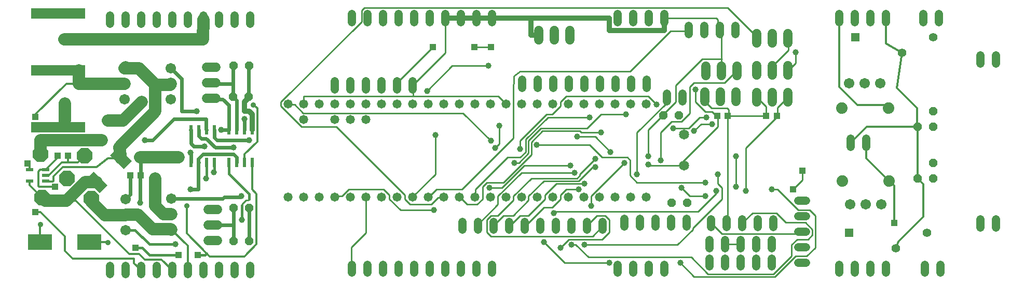
<source format=gbl>
G75*
%MOIN*%
%OFA0B0*%
%FSLAX25Y25*%
%IPPOS*%
%LPD*%
%AMOC8*
5,1,8,0,0,1.08239X$1,22.5*
%
%ADD10OC8,0.05200*%
%ADD11C,0.06000*%
%ADD12OC8,0.10000*%
%ADD13C,0.05800*%
%ADD14C,0.06750*%
%ADD15R,0.02100X0.06300*%
%ADD16C,0.06500*%
%ADD17C,0.05200*%
%ADD18R,0.15748X0.09843*%
%ADD19R,0.35000X0.07000*%
%ADD20R,0.05543X0.05543*%
%ADD21C,0.05543*%
%ADD22C,0.07400*%
%ADD23R,0.03937X0.04331*%
%ADD24R,0.07087X0.12598*%
%ADD25R,0.04724X0.02362*%
%ADD26C,0.02400*%
%ADD27C,0.03962*%
%ADD28C,0.01000*%
%ADD29C,0.01575*%
%ADD30C,0.03200*%
%ADD31C,0.03187*%
%ADD32C,0.00984*%
%ADD33R,0.03962X0.03962*%
%ADD34C,0.05000*%
%ADD35C,0.07874*%
%ADD36C,0.01200*%
%ADD37C,0.03569*%
%ADD38C,0.04000*%
%ADD39C,0.01600*%
D10*
X0251967Y0149681D03*
X0261967Y0149681D03*
X0261967Y0171020D03*
X0251967Y0171020D03*
X0251573Y0242634D03*
X0261573Y0242634D03*
X0261967Y0262594D03*
X0251967Y0262594D03*
X0528089Y0230665D03*
X0538089Y0230665D03*
X0533148Y0174209D03*
X0543148Y0174209D03*
X0691396Y0189799D03*
X0701396Y0189799D03*
X0701396Y0199799D03*
X0701396Y0223264D03*
X0691396Y0223264D03*
X0701396Y0233264D03*
D11*
X0607974Y0239366D02*
X0607974Y0245366D01*
X0597974Y0245366D02*
X0597974Y0239366D01*
X0587974Y0239366D02*
X0587974Y0245366D01*
X0574510Y0245681D02*
X0574510Y0239681D01*
X0564510Y0239681D02*
X0564510Y0245681D01*
X0554510Y0245681D02*
X0554510Y0239681D01*
X0555297Y0256374D02*
X0555297Y0262374D01*
X0565297Y0262374D02*
X0565297Y0256374D01*
X0575297Y0256374D02*
X0575297Y0262374D01*
X0587974Y0262453D02*
X0587974Y0256453D01*
X0597974Y0256453D02*
X0597974Y0262453D01*
X0607974Y0262453D02*
X0607974Y0256453D01*
X0608100Y0277335D02*
X0608100Y0283335D01*
X0598100Y0283335D02*
X0598100Y0277335D01*
X0588100Y0277335D02*
X0588100Y0283335D01*
X0468112Y0285382D02*
X0468112Y0279382D01*
X0458112Y0279382D02*
X0458112Y0285382D01*
X0448112Y0285382D02*
X0448112Y0279382D01*
X0240793Y0261650D02*
X0234793Y0261650D01*
X0234793Y0251650D02*
X0240793Y0251650D01*
X0240793Y0241650D02*
X0234793Y0241650D01*
X0235581Y0169988D02*
X0241581Y0169988D01*
X0241581Y0159988D02*
X0235581Y0159988D01*
X0235581Y0149988D02*
X0241581Y0149988D01*
D12*
X0160510Y0176807D03*
X0145116Y0189878D03*
X0129014Y0177516D03*
X0128069Y0205665D03*
X0156415Y0204484D03*
D13*
X0287100Y0177862D03*
X0297100Y0177862D03*
X0307100Y0177862D03*
X0317100Y0177862D03*
X0327100Y0177862D03*
X0337100Y0177862D03*
X0347100Y0177862D03*
X0357100Y0177862D03*
X0367100Y0177862D03*
X0377100Y0177862D03*
X0387100Y0177862D03*
X0397100Y0177862D03*
X0407100Y0177862D03*
X0417100Y0177862D03*
X0427100Y0177862D03*
X0437100Y0177862D03*
X0447100Y0177862D03*
X0457100Y0177862D03*
X0467100Y0177862D03*
X0477100Y0177862D03*
X0487100Y0177862D03*
X0497100Y0177862D03*
X0507100Y0177862D03*
X0517100Y0177862D03*
X0517100Y0237862D03*
X0507100Y0237862D03*
X0497100Y0237862D03*
X0487100Y0237862D03*
X0477100Y0237862D03*
X0467100Y0237862D03*
X0457100Y0237862D03*
X0447100Y0237862D03*
X0437100Y0237862D03*
X0427100Y0237862D03*
X0417100Y0237862D03*
X0407100Y0237862D03*
X0397100Y0237862D03*
X0387100Y0237862D03*
X0377100Y0237862D03*
X0367100Y0237862D03*
X0357100Y0237862D03*
X0347100Y0237862D03*
X0337100Y0237862D03*
X0327100Y0237862D03*
X0317100Y0237862D03*
X0307100Y0237862D03*
X0297100Y0237862D03*
X0287100Y0237862D03*
X0297100Y0227862D03*
X0317100Y0227862D03*
X0327100Y0227862D03*
X0337100Y0227862D03*
D14*
X0211793Y0240941D03*
X0211793Y0250941D03*
X0211793Y0260941D03*
X0181998Y0260862D03*
X0181998Y0250862D03*
X0181998Y0240862D03*
X0182675Y0176650D03*
X0182675Y0166650D03*
X0182675Y0156650D03*
X0212085Y0157043D03*
X0212085Y0167043D03*
X0212085Y0177043D03*
X0647852Y0173146D03*
X0657852Y0173146D03*
X0667852Y0173146D03*
X0667360Y0251394D03*
X0657360Y0251394D03*
X0647360Y0251394D03*
D15*
X0263955Y0221312D03*
X0258955Y0221312D03*
X0253955Y0221312D03*
X0248955Y0221312D03*
X0239545Y0221312D03*
X0234545Y0221312D03*
X0229545Y0221312D03*
X0224545Y0221312D03*
X0224545Y0200412D03*
X0229545Y0200412D03*
X0234545Y0200412D03*
X0239545Y0200412D03*
X0248955Y0200412D03*
X0253955Y0200412D03*
X0258955Y0200412D03*
X0263955Y0200412D03*
D16*
X0541435Y0198185D03*
X0541435Y0218185D03*
D17*
X0172557Y0133423D02*
X0172557Y0128223D01*
X0182557Y0128223D02*
X0182557Y0133423D01*
X0192557Y0133423D02*
X0192557Y0128223D01*
X0202557Y0128223D02*
X0202557Y0133423D01*
X0212557Y0133423D02*
X0212557Y0128223D01*
X0222557Y0128223D02*
X0222557Y0133423D01*
X0232557Y0133423D02*
X0232557Y0128223D01*
X0242557Y0128223D02*
X0242557Y0133423D01*
X0252557Y0133423D02*
X0252557Y0128223D01*
X0262557Y0128223D02*
X0262557Y0133423D01*
X0328069Y0134407D02*
X0328069Y0129207D01*
X0338069Y0129207D02*
X0338069Y0134407D01*
X0348069Y0134407D02*
X0348069Y0129207D01*
X0358069Y0129207D02*
X0358069Y0134407D01*
X0368069Y0134407D02*
X0368069Y0129207D01*
X0378069Y0129207D02*
X0378069Y0134407D01*
X0388069Y0134407D02*
X0388069Y0129207D01*
X0398069Y0129207D02*
X0398069Y0134407D01*
X0408069Y0134407D02*
X0408069Y0129207D01*
X0418069Y0129207D02*
X0418069Y0134407D01*
X0418935Y0156766D02*
X0418935Y0161966D01*
X0408935Y0161966D02*
X0408935Y0156766D01*
X0398935Y0156766D02*
X0398935Y0161966D01*
X0428935Y0161966D02*
X0428935Y0156766D01*
X0438935Y0156766D02*
X0438935Y0161966D01*
X0448935Y0161966D02*
X0448935Y0156766D01*
X0458935Y0156766D02*
X0458935Y0161966D01*
X0468935Y0161966D02*
X0468935Y0156766D01*
X0478935Y0156766D02*
X0478935Y0161966D01*
X0488935Y0161966D02*
X0488935Y0156766D01*
X0502872Y0158790D02*
X0502872Y0163990D01*
X0512872Y0163990D02*
X0512872Y0158790D01*
X0522872Y0158790D02*
X0522872Y0163990D01*
X0532872Y0163990D02*
X0532872Y0158790D01*
X0542872Y0158790D02*
X0542872Y0163990D01*
X0558667Y0163738D02*
X0558667Y0158538D01*
X0568667Y0158538D02*
X0568667Y0163738D01*
X0578667Y0163738D02*
X0578667Y0158538D01*
X0588667Y0158538D02*
X0588667Y0163738D01*
X0598667Y0163738D02*
X0598667Y0158538D01*
X0614563Y0155429D02*
X0619763Y0155429D01*
X0619763Y0145429D02*
X0614563Y0145429D01*
X0597793Y0144955D02*
X0597793Y0150155D01*
X0587793Y0150155D02*
X0587793Y0144955D01*
X0587793Y0138344D02*
X0587793Y0133144D01*
X0597793Y0133144D02*
X0597793Y0138344D01*
X0614563Y0135429D02*
X0619763Y0135429D01*
X0640963Y0134407D02*
X0640963Y0129207D01*
X0650963Y0129207D02*
X0650963Y0134407D01*
X0660963Y0134407D02*
X0660963Y0129207D01*
X0670963Y0129207D02*
X0670963Y0134407D01*
X0696081Y0134407D02*
X0696081Y0129207D01*
X0706081Y0129207D02*
X0706081Y0134407D01*
X0731514Y0158243D02*
X0731514Y0163443D01*
X0741514Y0163443D02*
X0741514Y0158243D01*
X0658344Y0210408D02*
X0658344Y0215608D01*
X0648344Y0215608D02*
X0648344Y0210408D01*
X0619763Y0175429D02*
X0614563Y0175429D01*
X0614563Y0165429D02*
X0619763Y0165429D01*
X0577793Y0150155D02*
X0577793Y0144955D01*
X0567793Y0144955D02*
X0567793Y0150155D01*
X0557793Y0150155D02*
X0557793Y0144955D01*
X0557793Y0138344D02*
X0557793Y0133144D01*
X0567793Y0133144D02*
X0567793Y0138344D01*
X0577793Y0138344D02*
X0577793Y0133144D01*
X0528738Y0134407D02*
X0528738Y0129207D01*
X0518738Y0129207D02*
X0518738Y0134407D01*
X0508738Y0134407D02*
X0508738Y0129207D01*
X0498738Y0129207D02*
X0498738Y0134407D01*
X0530234Y0239443D02*
X0530234Y0244643D01*
X0517203Y0248302D02*
X0517203Y0253502D01*
X0507203Y0253502D02*
X0507203Y0248302D01*
X0497203Y0248302D02*
X0497203Y0253502D01*
X0487203Y0253502D02*
X0487203Y0248302D01*
X0477203Y0248302D02*
X0477203Y0253502D01*
X0467203Y0253502D02*
X0467203Y0248302D01*
X0457203Y0248302D02*
X0457203Y0253502D01*
X0447203Y0253502D02*
X0447203Y0248302D01*
X0437203Y0248302D02*
X0437203Y0253502D01*
X0367065Y0252517D02*
X0367065Y0247317D01*
X0357065Y0247317D02*
X0357065Y0252517D01*
X0347065Y0252517D02*
X0347065Y0247317D01*
X0337065Y0247317D02*
X0337065Y0252517D01*
X0327065Y0252517D02*
X0327065Y0247317D01*
X0317065Y0247317D02*
X0317065Y0252517D01*
X0328069Y0290624D02*
X0328069Y0295824D01*
X0338069Y0295824D02*
X0338069Y0290624D01*
X0348069Y0290624D02*
X0348069Y0295824D01*
X0358069Y0295824D02*
X0358069Y0290624D01*
X0368069Y0290624D02*
X0368069Y0295824D01*
X0378069Y0295824D02*
X0378069Y0290624D01*
X0388069Y0290624D02*
X0388069Y0295824D01*
X0398069Y0295824D02*
X0398069Y0290624D01*
X0408069Y0290624D02*
X0408069Y0295824D01*
X0418069Y0295824D02*
X0418069Y0290624D01*
X0498738Y0290624D02*
X0498738Y0295824D01*
X0508738Y0295824D02*
X0508738Y0290624D01*
X0518738Y0290624D02*
X0518738Y0295824D01*
X0528738Y0295824D02*
X0528738Y0290624D01*
X0544211Y0288210D02*
X0544211Y0283010D01*
X0554211Y0283010D02*
X0554211Y0288210D01*
X0564211Y0288210D02*
X0564211Y0283010D01*
X0574211Y0283010D02*
X0574211Y0288210D01*
X0640963Y0290624D02*
X0640963Y0295824D01*
X0650963Y0295824D02*
X0650963Y0290624D01*
X0660963Y0290624D02*
X0660963Y0295824D01*
X0670963Y0295824D02*
X0670963Y0290624D01*
X0695077Y0290624D02*
X0695077Y0295824D01*
X0705077Y0295824D02*
X0705077Y0290624D01*
X0731494Y0269250D02*
X0731494Y0264050D01*
X0741494Y0264050D02*
X0741494Y0269250D01*
X0540234Y0244643D02*
X0540234Y0239443D01*
X0262557Y0289640D02*
X0262557Y0294840D01*
X0252557Y0294840D02*
X0252557Y0289640D01*
X0242557Y0289640D02*
X0242557Y0294840D01*
X0232557Y0294840D02*
X0232557Y0289640D01*
X0222557Y0289640D02*
X0222557Y0294840D01*
X0212557Y0294840D02*
X0212557Y0289640D01*
X0202557Y0289640D02*
X0202557Y0294840D01*
X0192557Y0294840D02*
X0192557Y0289640D01*
X0182557Y0289640D02*
X0182557Y0294840D01*
X0172557Y0294840D02*
X0172557Y0289640D01*
D18*
X0159156Y0148933D03*
X0127659Y0148933D03*
D19*
X0139439Y0222988D03*
X0139439Y0259602D03*
X0139439Y0296295D03*
D20*
X0647380Y0154858D03*
X0651317Y0280843D03*
D21*
X0681317Y0270843D03*
X0701317Y0280843D03*
X0697380Y0154858D03*
X0677380Y0144858D03*
D22*
X0673010Y0188402D03*
X0643010Y0188402D03*
X0642518Y0235154D03*
X0672518Y0235154D03*
D23*
X0600825Y0230232D03*
X0594132Y0230232D03*
X0569329Y0230232D03*
X0562636Y0230232D03*
X0192360Y0191846D03*
X0185667Y0191846D03*
X0145608Y0204642D03*
X0138915Y0204642D03*
D24*
G36*
X0157112Y0189392D02*
X0162123Y0194403D01*
X0171030Y0185496D01*
X0166019Y0180485D01*
X0157112Y0189392D01*
G37*
G36*
X0172702Y0204982D02*
X0177713Y0209993D01*
X0186620Y0201086D01*
X0181609Y0196075D01*
X0172702Y0204982D01*
G37*
D25*
X0131163Y0195587D03*
X0131163Y0191846D03*
X0131163Y0188106D03*
X0120880Y0188106D03*
X0120880Y0195587D03*
D26*
X0182675Y0176650D02*
X0185667Y0179642D01*
X0185667Y0191846D01*
X0191967Y0191453D02*
X0192360Y0191846D01*
X0192360Y0203264D01*
X0191967Y0203657D01*
X0194919Y0214484D02*
X0199841Y0214484D01*
X0213620Y0228264D01*
X0234289Y0228264D01*
X0234289Y0221568D01*
X0234545Y0221312D01*
X0229545Y0221312D02*
X0229545Y0217260D01*
X0231337Y0215469D01*
X0234289Y0215469D01*
X0240195Y0210055D01*
X0252006Y0210055D01*
X0252006Y0205626D02*
X0253974Y0203657D01*
X0253974Y0200432D01*
X0253955Y0200412D01*
X0253974Y0200393D01*
X0252006Y0205626D02*
X0232321Y0205626D01*
X0229368Y0202673D01*
X0229368Y0200235D01*
X0229545Y0200412D01*
X0229368Y0200235D02*
X0229368Y0182988D01*
X0224447Y0182988D01*
X0212124Y0177083D02*
X0212085Y0177043D01*
X0245077Y0177043D01*
X0246100Y0178067D01*
X0256435Y0178067D01*
X0256927Y0178559D01*
X0251967Y0171020D02*
X0251967Y0159366D01*
X0251344Y0159988D01*
X0238581Y0159988D01*
X0251967Y0159366D02*
X0251967Y0149681D01*
X0261967Y0149681D02*
X0261967Y0171020D01*
X0224545Y0200412D02*
X0224545Y0205528D01*
X0224447Y0206610D01*
X0226415Y0210547D02*
X0224545Y0212417D01*
X0224545Y0221312D01*
X0224447Y0221411D01*
X0239545Y0221312D02*
X0239545Y0216118D01*
X0241179Y0214484D01*
X0261848Y0214484D01*
X0258955Y0221312D02*
X0258955Y0228205D01*
X0258896Y0228264D01*
X0253955Y0221312D02*
X0253955Y0240252D01*
X0251573Y0242634D01*
X0251573Y0250902D01*
X0238541Y0250902D01*
X0237793Y0251650D01*
X0251573Y0250902D02*
X0251573Y0262201D01*
X0251967Y0262594D01*
X0261573Y0262201D02*
X0261967Y0262594D01*
X0261573Y0262201D02*
X0261573Y0242634D01*
X0248955Y0237220D02*
X0245116Y0241059D01*
X0238384Y0241059D01*
X0237793Y0241650D01*
X0248955Y0237220D02*
X0248955Y0221312D01*
X0244194Y0221312D01*
X0244132Y0221374D01*
X0233305Y0210547D02*
X0226415Y0210547D01*
X0191967Y0191453D02*
X0191967Y0174130D01*
X0218541Y0233185D02*
X0218541Y0254193D01*
X0211793Y0260941D01*
X0218541Y0233185D02*
X0228384Y0233185D01*
D27*
X0228384Y0233185D03*
X0244132Y0221374D03*
X0258896Y0228264D03*
X0261848Y0214484D03*
X0252006Y0210055D03*
X0233305Y0210547D03*
X0224447Y0206610D03*
X0216573Y0203657D03*
X0194919Y0214484D03*
X0191967Y0203657D03*
X0167360Y0214484D03*
X0171297Y0227280D03*
X0192951Y0239091D03*
X0143738Y0238106D03*
X0239211Y0193815D03*
X0234289Y0189878D03*
X0224447Y0182988D03*
X0201809Y0189878D03*
X0191967Y0174130D03*
X0214604Y0147555D03*
X0257419Y0163303D03*
X0256927Y0178559D03*
X0380632Y0169512D03*
X0416380Y0183811D03*
X0432467Y0199898D03*
X0436041Y0208835D03*
X0446766Y0211516D03*
X0472683Y0216878D03*
X0487876Y0219559D03*
X0480726Y0229390D03*
X0503963Y0231177D03*
X0523624Y0237433D03*
X0534348Y0222240D03*
X0547754Y0220453D03*
X0559372Y0224921D03*
X0555797Y0229390D03*
X0548648Y0247264D03*
X0612994Y0271394D03*
X0574565Y0204366D03*
X0562947Y0192748D03*
X0554904Y0187386D03*
X0539711Y0183811D03*
X0554904Y0178449D03*
X0562053Y0182024D03*
X0574565Y0184705D03*
X0580821Y0182024D03*
X0597801Y0182917D03*
X0526305Y0201685D03*
X0518262Y0199004D03*
X0518262Y0204366D03*
X0503069Y0199898D03*
X0511112Y0192748D03*
X0494132Y0207047D03*
X0484301Y0202579D03*
X0484301Y0197217D03*
X0470896Y0193642D03*
X0468215Y0198110D03*
X0477152Y0186492D03*
X0473577Y0182917D03*
X0481620Y0172193D03*
X0457490Y0167724D03*
X0451234Y0148957D03*
X0461959Y0145382D03*
X0469108Y0147169D03*
X0477152Y0147169D03*
X0493238Y0135551D03*
X0538817Y0135551D03*
X0419955Y0209728D03*
X0417274Y0214197D03*
X0422636Y0224028D03*
X0381526Y0217772D03*
X0376163Y0246370D03*
X0415486Y0262457D03*
D28*
X0392250Y0262457D01*
X0376163Y0246370D01*
X0399400Y0232071D02*
X0417274Y0214197D01*
X0419955Y0209728D02*
X0422636Y0212409D01*
X0422636Y0224028D01*
X0431573Y0215984D02*
X0398506Y0182917D01*
X0382419Y0182917D01*
X0377951Y0178449D01*
X0377100Y0177862D01*
X0378844Y0173087D02*
X0365439Y0173087D01*
X0361864Y0176661D01*
X0361864Y0179343D01*
X0318073Y0223134D01*
X0295730Y0223134D01*
X0282325Y0236539D01*
X0282325Y0239220D01*
X0334159Y0291055D01*
X0334159Y0298205D01*
X0335947Y0299992D01*
X0569203Y0299992D01*
X0587970Y0281224D01*
X0588100Y0280335D01*
X0612994Y0271394D02*
X0612994Y0264244D01*
X0608526Y0259776D01*
X0607974Y0259453D01*
X0575297Y0259374D02*
X0574565Y0258882D01*
X0567415Y0251732D01*
X0547754Y0251732D01*
X0545073Y0249051D01*
X0545073Y0232071D01*
X0539711Y0226709D01*
X0533455Y0226709D01*
X0526305Y0219559D01*
X0526305Y0201685D01*
X0519156Y0198110D02*
X0518262Y0199004D01*
X0519156Y0198110D02*
X0537923Y0198110D01*
X0562947Y0223134D01*
X0562947Y0229390D01*
X0562636Y0230232D01*
X0562053Y0230283D01*
X0559372Y0232965D01*
X0554904Y0232965D01*
X0548648Y0239220D01*
X0548648Y0247264D01*
X0536136Y0249945D02*
X0553116Y0266925D01*
X0565297Y0266925D01*
X0565628Y0266925D01*
X0536136Y0249945D02*
X0536136Y0239220D01*
X0528093Y0231177D01*
X0528089Y0230665D01*
X0527199Y0230283D01*
X0518262Y0221346D01*
X0518262Y0204366D01*
X0506644Y0201685D02*
X0504856Y0203472D01*
X0488770Y0203472D01*
X0480726Y0211516D01*
X0446766Y0211516D01*
X0443191Y0213303D02*
X0443191Y0205260D01*
X0425317Y0187386D01*
X0414593Y0187386D01*
X0411911Y0184705D01*
X0411911Y0176661D01*
X0408337Y0173087D01*
X0402081Y0173087D01*
X0397612Y0177555D01*
X0397100Y0177862D01*
X0387100Y0177862D02*
X0386888Y0177555D01*
X0383313Y0177555D01*
X0378844Y0173087D01*
X0380632Y0169512D02*
X0359183Y0169512D01*
X0352033Y0176661D01*
X0352033Y0179343D01*
X0348459Y0182917D01*
X0326116Y0182917D01*
X0321648Y0178449D01*
X0317179Y0178449D01*
X0317100Y0177862D01*
X0367100Y0177862D02*
X0367226Y0178449D01*
X0381526Y0192748D01*
X0381526Y0217772D01*
X0399400Y0232071D02*
X0296624Y0232071D01*
X0291262Y0237433D01*
X0287687Y0237433D01*
X0287100Y0237862D01*
X0407443Y0182917D02*
X0407443Y0178449D01*
X0407100Y0177862D01*
X0407443Y0182917D02*
X0427998Y0203472D01*
X0436041Y0203472D01*
X0439616Y0207047D01*
X0439616Y0215091D01*
X0453915Y0229390D01*
X0480726Y0229390D01*
X0478939Y0222240D02*
X0487876Y0231177D01*
X0503963Y0231177D01*
X0518262Y0242795D02*
X0523624Y0237433D01*
X0529880Y0238327D02*
X0529880Y0241902D01*
X0530234Y0242043D01*
X0529880Y0238327D02*
X0511112Y0219559D01*
X0511112Y0192748D01*
X0506644Y0191854D02*
X0511112Y0187386D01*
X0554904Y0187386D01*
X0562947Y0186492D02*
X0562947Y0192748D01*
X0562947Y0186492D02*
X0565628Y0183811D01*
X0565628Y0176661D01*
X0546860Y0157894D01*
X0546860Y0157000D01*
X0537030Y0147169D01*
X0477152Y0147169D01*
X0471789Y0147169D02*
X0479833Y0139126D01*
X0545967Y0139126D01*
X0556691Y0128402D01*
X0598695Y0128402D01*
X0610313Y0140020D01*
X0610313Y0147169D01*
X0613888Y0150744D01*
X0621037Y0150744D01*
X0623719Y0153425D01*
X0623719Y0157000D01*
X0619250Y0161469D01*
X0606738Y0161469D01*
X0600482Y0167724D01*
X0585289Y0167724D01*
X0579033Y0161469D01*
X0578667Y0161138D01*
X0569203Y0161469D02*
X0568667Y0161138D01*
X0569203Y0161469D02*
X0569203Y0229390D01*
X0569329Y0230232D01*
X0555797Y0229390D02*
X0551329Y0229390D01*
X0544179Y0222240D01*
X0534348Y0222240D01*
X0547754Y0220453D02*
X0552222Y0224921D01*
X0559372Y0224921D01*
X0580821Y0209728D02*
X0600482Y0229390D01*
X0600825Y0230232D01*
X0601376Y0230283D01*
X0601376Y0235646D01*
X0607632Y0241902D01*
X0607974Y0242366D01*
X0580821Y0209728D02*
X0580821Y0182024D01*
X0574565Y0184705D02*
X0574565Y0204366D01*
X0545073Y0178449D02*
X0539711Y0183811D01*
X0545073Y0178449D02*
X0554904Y0178449D01*
X0562053Y0180236D02*
X0550435Y0168618D01*
X0458384Y0168618D01*
X0457490Y0167724D01*
X0456596Y0171299D02*
X0451234Y0171299D01*
X0439616Y0159681D01*
X0438935Y0159366D01*
X0441404Y0165937D02*
X0436041Y0165937D01*
X0429785Y0159681D01*
X0428935Y0159366D01*
X0425317Y0165937D02*
X0419061Y0159681D01*
X0418935Y0159366D01*
X0414593Y0163256D02*
X0414593Y0155213D01*
X0417274Y0152531D01*
X0482514Y0152531D01*
X0488770Y0158787D01*
X0488935Y0159366D01*
X0493238Y0163256D02*
X0493238Y0155213D01*
X0488770Y0150744D01*
X0467321Y0150744D01*
X0461959Y0145382D01*
X0469108Y0147169D02*
X0471789Y0147169D01*
X0464640Y0135551D02*
X0451234Y0148957D01*
X0464640Y0135551D02*
X0493238Y0135551D01*
X0538817Y0135551D02*
X0547754Y0126614D01*
X0599589Y0126614D01*
X0612994Y0140020D01*
X0620144Y0140020D01*
X0625506Y0145382D01*
X0625506Y0165937D01*
X0621931Y0169512D01*
X0614781Y0169512D01*
X0601376Y0182917D01*
X0597801Y0182917D01*
X0562053Y0182024D02*
X0562053Y0180236D01*
X0558667Y0161138D02*
X0559372Y0160575D01*
X0565628Y0154319D01*
X0615675Y0154319D01*
X0616569Y0155213D01*
X0617163Y0155429D01*
X0506644Y0191854D02*
X0506644Y0201685D01*
X0503069Y0199898D02*
X0481620Y0178449D01*
X0481620Y0172193D01*
X0485195Y0165937D02*
X0478939Y0159681D01*
X0478935Y0159366D01*
X0485195Y0165937D02*
X0490557Y0165937D01*
X0493238Y0163256D01*
X0465533Y0182917D02*
X0461959Y0179343D01*
X0461959Y0176661D01*
X0456596Y0171299D01*
X0452128Y0176661D02*
X0441404Y0165937D01*
X0431573Y0165937D02*
X0441404Y0175768D01*
X0441404Y0178449D01*
X0451234Y0188280D01*
X0473577Y0188280D01*
X0482514Y0197217D01*
X0484301Y0197217D01*
X0484301Y0202579D02*
X0474470Y0192748D01*
X0474470Y0191854D01*
X0472683Y0190067D01*
X0443191Y0190067D01*
X0431573Y0178449D01*
X0431573Y0175768D01*
X0421742Y0165937D01*
X0417274Y0165937D01*
X0414593Y0163256D01*
X0408935Y0159366D02*
X0408337Y0159681D01*
X0421742Y0173087D01*
X0421742Y0178449D01*
X0436935Y0193642D01*
X0470896Y0193642D01*
X0468215Y0198110D02*
X0438722Y0198110D01*
X0424423Y0183811D01*
X0416380Y0183811D01*
X0432467Y0199898D02*
X0435148Y0199898D01*
X0441404Y0206154D01*
X0441404Y0214197D01*
X0449447Y0222240D01*
X0478939Y0222240D01*
X0475364Y0219559D02*
X0474470Y0220453D01*
X0450341Y0220453D01*
X0443191Y0213303D01*
X0436041Y0214197D02*
X0436041Y0208835D01*
X0436041Y0214197D02*
X0453022Y0231177D01*
X0456596Y0231177D01*
X0461959Y0236539D01*
X0461959Y0239220D01*
X0465533Y0242795D01*
X0518262Y0242795D01*
X0506644Y0258882D02*
X0444978Y0258882D01*
X0436061Y0258776D01*
X0432124Y0255823D01*
X0431573Y0245476D01*
X0431573Y0215984D01*
X0472683Y0216878D02*
X0484301Y0216878D01*
X0494132Y0207047D01*
X0487876Y0219559D02*
X0475364Y0219559D01*
X0477152Y0186492D02*
X0459278Y0186492D01*
X0452128Y0179343D01*
X0452128Y0176661D01*
X0465533Y0182917D02*
X0473577Y0182917D01*
X0431573Y0165937D02*
X0425317Y0165937D01*
X0261848Y0176591D02*
X0261762Y0175972D01*
X0259974Y0175972D01*
X0257293Y0173291D01*
X0257419Y0172654D01*
X0506644Y0258882D02*
X0532561Y0284799D01*
X0544179Y0284799D01*
X0544211Y0285610D01*
D29*
X0261848Y0180035D02*
X0261848Y0176591D01*
X0261848Y0180035D02*
X0249053Y0192831D01*
X0249053Y0200314D01*
X0248955Y0200412D01*
X0239545Y0200412D02*
X0239545Y0194150D01*
X0239211Y0193815D01*
X0234545Y0190134D02*
X0234289Y0189878D01*
X0234545Y0190134D02*
X0234545Y0200412D01*
X0257419Y0172654D02*
X0257419Y0163303D01*
X0214604Y0147555D02*
X0197872Y0147555D01*
X0188778Y0156650D01*
X0182675Y0156650D01*
D30*
X0263817Y0221450D02*
X0263955Y0221312D01*
X0263817Y0221450D02*
X0263817Y0231217D01*
X0261848Y0233185D01*
X0258896Y0233185D01*
X0258896Y0239091D01*
X0261573Y0241768D01*
X0261573Y0242634D01*
X0418069Y0293224D02*
X0442951Y0293224D01*
X0442951Y0282382D01*
X0448112Y0282382D01*
X0442951Y0293224D02*
X0493148Y0293224D01*
X0493148Y0285350D01*
X0528738Y0285350D01*
X0528738Y0293224D01*
D31*
X0418069Y0293224D02*
X0408069Y0293224D01*
X0398069Y0293224D01*
X0388069Y0293224D01*
D32*
X0388069Y0270921D01*
X0367065Y0249917D01*
X0367163Y0249819D01*
X0367163Y0243028D01*
X0421935Y0243028D01*
X0427100Y0237862D01*
X0367163Y0243028D02*
X0297281Y0243028D01*
X0297100Y0242846D01*
X0297100Y0237862D01*
X0357065Y0249917D02*
X0357065Y0251630D01*
X0379959Y0274524D01*
X0406533Y0274524D02*
X0417360Y0274524D01*
X0528738Y0293224D02*
X0562045Y0293224D01*
X0563030Y0292240D01*
X0563030Y0286791D01*
X0564211Y0285610D01*
X0565297Y0284524D01*
X0565297Y0266925D01*
X0565297Y0259374D01*
X0597974Y0259453D02*
X0597974Y0262224D01*
X0608305Y0272555D01*
X0608305Y0280130D01*
X0608100Y0280335D01*
X0587974Y0242366D02*
X0594132Y0236209D01*
X0594132Y0230232D01*
X0569329Y0230232D01*
X0569919Y0230823D01*
X0569919Y0234169D01*
X0568935Y0235154D01*
X0559093Y0235154D01*
X0554510Y0239736D01*
X0554510Y0242681D01*
X0617163Y0194799D02*
X0617163Y0188894D01*
X0611258Y0182988D01*
X0577793Y0147555D02*
X0567793Y0147555D01*
X0337100Y0154894D02*
X0327793Y0145587D01*
X0327793Y0132083D01*
X0328069Y0131807D01*
X0337100Y0154894D02*
X0337100Y0177862D01*
D33*
X0228876Y0140665D03*
X0216573Y0140665D03*
X0189014Y0145094D03*
X0124545Y0168224D03*
X0137341Y0184465D03*
X0119624Y0199720D03*
X0124545Y0229740D03*
X0143246Y0279445D03*
X0379959Y0274524D03*
X0406533Y0274524D03*
X0417360Y0274524D03*
X0617163Y0194799D03*
X0611258Y0182988D03*
X0676219Y0161335D03*
D34*
X0153581Y0258776D02*
X0152754Y0259602D01*
X0139439Y0259602D01*
D35*
X0152754Y0259602D02*
X0152754Y0250862D01*
X0181998Y0250862D01*
X0191356Y0260862D02*
X0201809Y0250409D01*
X0211262Y0250409D01*
X0211793Y0250941D01*
X0201809Y0250409D02*
X0201809Y0233185D01*
X0178677Y0210053D01*
X0179661Y0203034D01*
X0191967Y0203657D02*
X0216573Y0203657D01*
X0201809Y0189878D02*
X0201809Y0172161D01*
X0206927Y0167043D01*
X0212085Y0167043D01*
X0211730Y0157398D02*
X0199841Y0157398D01*
X0190589Y0166650D01*
X0182675Y0166650D01*
X0182281Y0166256D01*
X0169329Y0166256D01*
X0160510Y0175075D01*
X0160510Y0176807D01*
X0156560Y0187444D02*
X0144722Y0175606D01*
X0130923Y0175606D01*
X0129014Y0177516D01*
X0129565Y0178067D01*
X0156560Y0187444D02*
X0164071Y0187444D01*
X0128069Y0205665D02*
X0128069Y0212516D01*
X0127990Y0212516D01*
X0127990Y0214484D01*
X0167360Y0214484D01*
X0171297Y0227280D02*
X0181140Y0227280D01*
X0192951Y0239091D01*
X0143738Y0238106D02*
X0143738Y0227287D01*
X0181998Y0260862D02*
X0191356Y0260862D01*
X0182557Y0261421D02*
X0181998Y0260862D01*
X0143246Y0279445D02*
X0232321Y0279445D01*
X0232557Y0292240D01*
X0211730Y0157398D02*
X0212085Y0157043D01*
D36*
X0222557Y0146571D01*
X0222557Y0130823D01*
X0212557Y0130823D02*
X0205667Y0137713D01*
X0194919Y0137713D01*
X0191474Y0141157D01*
X0185077Y0141157D01*
X0150628Y0175606D01*
X0144722Y0175606D01*
X0129014Y0177516D02*
X0120880Y0185650D01*
X0120880Y0188106D01*
X0126514Y0184957D02*
X0127006Y0184465D01*
X0137341Y0184465D01*
X0135864Y0187909D02*
X0131360Y0187909D01*
X0131163Y0188106D01*
X0131163Y0191846D02*
X0133404Y0191846D01*
X0141770Y0200213D01*
X0145215Y0200213D01*
X0145608Y0200606D01*
X0145608Y0204642D01*
X0138915Y0204642D02*
X0138915Y0203339D01*
X0131163Y0195587D01*
X0127793Y0195587D01*
X0126514Y0194307D01*
X0126514Y0184957D01*
X0135864Y0187909D02*
X0136356Y0188402D01*
X0136356Y0191354D01*
X0142262Y0197260D01*
X0163915Y0197260D01*
X0171166Y0203034D01*
X0179661Y0203034D01*
X0156415Y0204484D02*
X0152144Y0200213D01*
X0145215Y0200213D01*
X0120880Y0198465D02*
X0120880Y0195587D01*
X0120880Y0198465D02*
X0119624Y0199720D01*
X0124545Y0229740D02*
X0124545Y0231217D01*
X0144722Y0250902D01*
X0152715Y0250902D01*
X0152754Y0250862D01*
X0264801Y0237122D02*
X0267262Y0235154D01*
X0267262Y0213500D01*
X0258955Y0205685D01*
X0258955Y0200412D01*
X0263955Y0200412D02*
X0263955Y0182850D01*
X0266770Y0180035D01*
X0266770Y0147555D01*
X0258896Y0139681D01*
X0236750Y0139681D01*
X0234781Y0141650D01*
X0221986Y0154445D01*
X0221986Y0172161D01*
X0171297Y0148539D02*
X0170904Y0148933D01*
X0159156Y0148933D01*
X0148659Y0138205D02*
X0143738Y0143126D01*
X0143738Y0152476D01*
X0127990Y0168224D01*
X0124545Y0168224D01*
X0127990Y0160350D02*
X0127659Y0160020D01*
X0127659Y0148933D01*
X0148659Y0138205D02*
X0188030Y0138205D01*
X0188030Y0135350D01*
X0192557Y0130823D01*
X0640963Y0248756D02*
X0652596Y0237122D01*
X0670549Y0237122D01*
X0672518Y0235154D01*
X0677872Y0248264D02*
X0690982Y0235154D01*
X0690982Y0223677D01*
X0691396Y0223264D01*
X0658600Y0223264D01*
X0648344Y0213008D01*
X0658344Y0213008D02*
X0658344Y0203067D01*
X0673010Y0188402D01*
X0676219Y0185193D01*
X0676219Y0161335D01*
X0678856Y0149209D02*
X0694919Y0165272D01*
X0694919Y0186276D01*
X0691396Y0189799D01*
X0691396Y0223264D01*
X0677872Y0248264D02*
X0681317Y0270843D01*
X0670963Y0276768D01*
X0670963Y0293224D01*
X0640963Y0293224D02*
X0640963Y0248756D01*
X0678856Y0149209D02*
X0677380Y0144858D01*
D37*
X0264801Y0237122D03*
X0221986Y0172161D03*
X0171297Y0148539D03*
X0127990Y0160350D03*
D38*
X0139439Y0222988D02*
X0143738Y0227287D01*
D39*
X0189014Y0145094D02*
X0193443Y0145094D01*
X0197872Y0140665D01*
X0216573Y0140665D01*
X0228876Y0140665D02*
X0233797Y0140665D01*
X0234781Y0141650D01*
M02*

</source>
